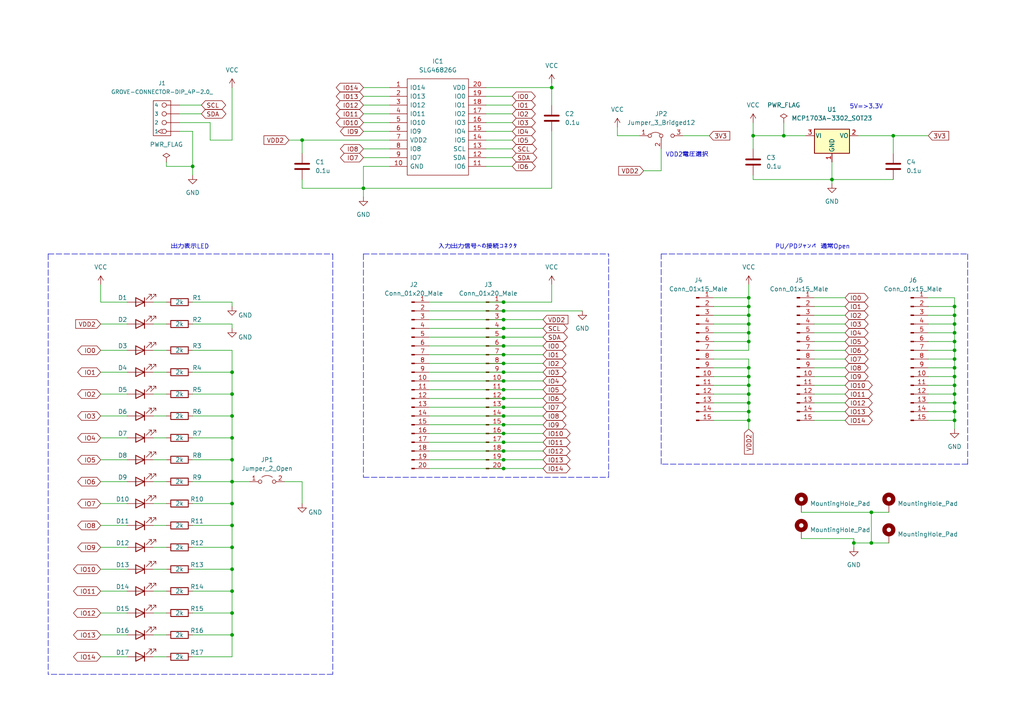
<source format=kicad_sch>
(kicad_sch (version 20211123) (generator eeschema)
  (paper "A4")
  (title_block (title "SLG46826 実験基板") (date "2022-12-25") (comment 1 "s.mori"))
  (lib_symbols
    (symbol "Connector:Conn_01x15_Male" (pin_names (offset 1.016) hide)
      (property "Reference" "J" (at 0 20.32 0))
      (property "Value" "Conn_01x15_Male" (at 0 -20.32 0))
      (symbol "Conn_01x15_Male_1_1"
        (pin passive line (at 5.08 17.78 180) (length 3.81) (name "Pin_1") (number "1"))
        (pin passive line (at 5.08 -5.08 180) (length 3.81) (name "Pin_10") (number "10"))
        (pin passive line (at 5.08 -7.62 180) (length 3.81) (name "Pin_11") (number "11"))
        (pin passive line (at 5.08 -10.16 180) (length 3.81) (name "Pin_12") (number "12"))
        (pin passive line (at 5.08 -12.7 180) (length 3.81) (name "Pin_13") (number "13"))
        (pin passive line (at 5.08 -15.24 180) (length 3.81) (name "Pin_14") (number "14"))
        (pin passive line (at 5.08 -17.78 180) (length 3.81) (name "Pin_15") (number "15"))
        (pin passive line (at 5.08 15.24 180) (length 3.81) (name "Pin_2") (number "2"))
        (pin passive line (at 5.08 12.7 180) (length 3.81) (name "Pin_3") (number "3"))
        (pin passive line (at 5.08 10.16 180) (length 3.81) (name "Pin_4") (number "4"))
        (pin passive line (at 5.08 7.62 180) (length 3.81) (name "Pin_5") (number "5"))
        (pin passive line (at 5.08 5.08 180) (length 3.81) (name "Pin_6") (number "6"))
        (pin passive line (at 5.08 2.54 180) (length 3.81) (name "Pin_7") (number "7"))
        (pin passive line (at 5.08 0 180) (length 3.81) (name "Pin_8") (number "8"))
        (pin passive line (at 5.08 -2.54 180) (length 3.81) (name "Pin_9") (number "9"))
      )
    )
    (symbol "Connector:Conn_01x20_Male" (pin_names (offset 1.016) hide)
      (property "Reference" "J" (at 0 25.4 0))
      (property "Value" "Conn_01x20_Male" (at 0 -27.94 0))
      (symbol "Conn_01x20_Male_1_1"
        (pin passive line (at 5.08 22.86 180) (length 3.81) (name "Pin_1") (number "1"))
        (pin passive line (at 5.08 0 180) (length 3.81) (name "Pin_10") (number "10"))
        (pin passive line (at 5.08 -2.54 180) (length 3.81) (name "Pin_11") (number "11"))
        (pin passive line (at 5.08 -5.08 180) (length 3.81) (name "Pin_12") (number "12"))
        (pin passive line (at 5.08 -7.62 180) (length 3.81) (name "Pin_13") (number "13"))
        (pin passive line (at 5.08 -10.16 180) (length 3.81) (name "Pin_14") (number "14"))
        (pin passive line (at 5.08 -12.7 180) (length 3.81) (name "Pin_15") (number "15"))
        (pin passive line (at 5.08 -15.24 180) (length 3.81) (name "Pin_16") (number "16"))
        (pin passive line (at 5.08 -17.78 180) (length 3.81) (name "Pin_17") (number "17"))
        (pin passive line (at 5.08 -20.32 180) (length 3.81) (name "Pin_18") (number "18"))
        (pin passive line (at 5.08 -22.86 180) (length 3.81) (name "Pin_19") (number "19"))
        (pin passive line (at 5.08 20.32 180) (length 3.81) (name "Pin_2") (number "2"))
        (pin passive line (at 5.08 -25.4 180) (length 3.81) (name "Pin_20") (number "20"))
        (pin passive line (at 5.08 17.78 180) (length 3.81) (name "Pin_3") (number "3"))
        (pin passive line (at 5.08 15.24 180) (length 3.81) (name "Pin_4") (number "4"))
        (pin passive line (at 5.08 12.7 180) (length 3.81) (name "Pin_5") (number "5"))
        (pin passive line (at 5.08 10.16 180) (length 3.81) (name "Pin_6") (number "6"))
        (pin passive line (at 5.08 7.62 180) (length 3.81) (name "Pin_7") (number "7"))
        (pin passive line (at 5.08 5.08 180) (length 3.81) (name "Pin_8") (number "8"))
        (pin passive line (at 5.08 2.54 180) (length 3.81) (name "Pin_9") (number "9"))
      )
    )
    (symbol "Device:C" (pin_numbers hide) (pin_names (offset 0.254))
      (property "Reference" "C" (at 0.635 2.54 0))
      (property "Value" "C" (at 0.635 -2.54 0))
      (symbol "C_1_1"
        (pin passive line (at 0 3.81 270) (length 2.794) (name "~") (number "1"))
        (pin passive line (at 0 -3.81 90) (length 2.794) (name "~") (number "2"))
      )
    )
    (symbol "Device:LED" (pin_numbers hide) (pin_names (offset 1.016) hide)
      (property "Reference" "D" (at 0 2.54 0))
      (property "Value" "LED" (at 0 -2.54 0))
      (symbol "LED_1_1"
        (pin passive line (at -3.81 0 0) (length 2.54) (name "K") (number "1"))
        (pin passive line (at 3.81 0 180) (length 2.54) (name "A") (number "2"))
      )
    )
    (symbol "Device:R" (pin_numbers hide) (pin_names (offset 0))
      (property "Reference" "R" (at 2.032 0 90))
      (property "Value" "R" (at 0 0 90))
      (symbol "R_1_1"
        (pin passive line (at 0 3.81 270) (length 1.27) (name "~") (number "1"))
        (pin passive line (at 0 -3.81 90) (length 1.27) (name "~") (number "2"))
      )
    )
    (symbol "Jumper:Jumper_2_Open" (pin_names (offset 0) hide)
      (property "Reference" "JP" (at 0 2.794 0))
      (property "Value" "Jumper_2_Open" (at 0 -2.286 0))
      (symbol "Jumper_2_Open_1_1"
        (pin passive line (at -5.08 0 0) (length 2.54) (name "A") (number "1"))
        (pin passive line (at 5.08 0 180) (length 2.54) (name "B") (number "2"))
      )
    )
    (symbol "Jumper:Jumper_3_Bridged12" (pin_names (offset 0) hide)
      (property "Reference" "JP" (at -2.54 -2.54 0))
      (property "Value" "Jumper_3_Bridged12" (at 0 2.794 0))
      (symbol "Jumper_3_Bridged12_1_1"
        (pin passive line (at -6.35 0 0) (length 2.54) (name "A") (number "1"))
        (pin passive line (at 0 -3.81 90) (length 2.54) (name "C") (number "2"))
        (pin passive line (at 6.35 0 180) (length 2.54) (name "B") (number "3"))
      )
    )
    (symbol "Mechanical:MountingHole_Pad" (pin_numbers hide) (pin_names (offset 1.016) hide)
      (property "Reference" "H" (at 0 6.35 0))
      (property "Value" "MountingHole_Pad" (at 0 4.445 0))
      (symbol "MountingHole_Pad_1_1"
        (pin input line (at 0 -2.54 90) (length 2.54) (name "1") (number "1"))
      )
    )
    (symbol "OPL_Connector:GROVE-CONNECTOR-DIP_4P-2.0_" (pin_numbers hide) (pin_names (offset 1.016))
      (property "Reference" "J" (at -6.35 6.35 0))
      (property "Value" "GROVE-CONNECTOR-DIP_4P-2.0_" (at 0 6.35 0))
      (symbol "GROVE-CONNECTOR-DIP_4P-2.0__1_1"
        (pin bidirectional inverted_clock (at -3.81 3.81 0) (length 5.08) (name "1") (number "1"))
        (pin bidirectional inverted (at -3.81 1.27 0) (length 5.08) (name "2") (number "2"))
        (pin bidirectional inverted (at -3.81 -1.27 0) (length 5.08) (name "3") (number "3"))
        (pin bidirectional inverted (at -3.81 -3.81 0) (length 5.08) (name "4") (number "4"))
      )
    )
    (symbol "Regulator_Linear:MCP1703A-3302_SOT23" (pin_names (offset 0.254))
      (property "Reference" "U" (at -3.81 3.175 0))
      (property "Value" "MCP1703A-3302_SOT23" (at 0 3.175 0))
      (symbol "MCP1703A-3302_SOT23_1_1"
        (pin power_in line (at 0 -7.62 90) (length 2.54) (name "GND") (number "1"))
        (pin power_out line (at 7.62 0 180) (length 2.54) (name "VO") (number "2"))
        (pin power_in line (at -7.62 0 0) (length 2.54) (name "VI") (number "3"))
      )
    )
    (symbol "SLG46826G:SLG46826G" (pin_names (offset 0.762))
      (property "Reference" "IC" (at 24.13 7.62 0))
      (property "Value" "SLG46826G" (at 24.13 5.08 0))
      (symbol "SLG46826G_0_0"
        (pin passive line (at 0 0 0) (length 5.08) (name "IO14") (number "1"))
        (pin passive line (at 0 -22.86 0) (length 5.08) (name "GND") (number "10"))
        (pin passive line (at 27.94 -22.86 180) (length 5.08) (name "IO6") (number "11"))
        (pin passive line (at 27.94 -20.32 180) (length 5.08) (name "SDA") (number "12"))
        (pin passive line (at 27.94 -17.78 180) (length 5.08) (name "SCL") (number "13"))
        (pin passive line (at 27.94 -15.24 180) (length 5.08) (name "IO5") (number "14"))
        (pin passive line (at 27.94 -12.7 180) (length 5.08) (name "IO4") (number "15"))
        (pin passive line (at 27.94 -10.16 180) (length 5.08) (name "IO3") (number "16"))
        (pin passive line (at 27.94 -7.62 180) (length 5.08) (name "IO2") (number "17"))
        (pin passive line (at 27.94 -5.08 180) (length 5.08) (name "IO1") (number "18"))
        (pin passive line (at 27.94 -2.54 180) (length 5.08) (name "IO0") (number "19"))
        (pin passive line (at 0 -2.54 0) (length 5.08) (name "IO13") (number "2"))
        (pin passive line (at 27.94 0 180) (length 5.08) (name "VDD") (number "20"))
        (pin passive line (at 0 -5.08 0) (length 5.08) (name "IO12") (number "3"))
        (pin passive line (at 0 -7.62 0) (length 5.08) (name "IO11") (number "4"))
        (pin passive line (at 0 -10.16 0) (length 5.08) (name "IO10") (number "5"))
        (pin passive line (at 0 -12.7 0) (length 5.08) (name "IO9") (number "6"))
        (pin passive line (at 0 -15.24 0) (length 5.08) (name "VDD2") (number "7"))
        (pin passive line (at 0 -17.78 0) (length 5.08) (name "IO8") (number "8"))
        (pin passive line (at 0 -20.32 0) (length 5.08) (name "IO7") (number "9"))
      )
    )
    (symbol "power:GND" (power) (pin_names (offset 0))
      (property "Value" "GND" (at 0 -3.81 0))
      (symbol "GND_1_1"
        (pin power_in line (at 0 0 270) (length 0) hide (name "GND") (number "1"))
      )
    )
    (symbol "power:PWR_FLAG" (power) (pin_numbers hide) (pin_names (offset 0) hide)
      (property "Value" "PWR_FLAG" (at 0 3.81 0))
      (symbol "PWR_FLAG_0_0"
        (pin power_out line (at 0 0 90) (length 0) (name "pwr") (number "1"))
      )
    )
    (symbol "power:VCC" (power) (pin_names (offset 0))
      (property "Value" "VCC" (at 0 3.81 0))
      (symbol "VCC_1_1"
        (pin power_in line (at 0 0 90) (length 0) hide (name "VCC") (number "1"))
      )
    )
  )
  (junction (at 146.05 105.41))
  (junction (at 276.86 104.14))
  (junction (at 146.05 135.89))
  (junction (at 67.31 158.75))
  (junction (at 217.17 96.52))
  (junction (at 218.44 39.37))
  (junction (at 160.02 25.4))
  (junction (at 67.31 171.45))
  (junction (at 105.41 54.61))
  (junction (at 217.17 121.92))
  (junction (at 241.3 52.07))
  (junction (at 217.17 119.38))
  (junction (at 276.86 101.6))
  (junction (at 55.88 48.26))
  (junction (at 146.05 107.95))
  (junction (at 87.63 40.64))
  (junction (at 276.86 114.3))
  (junction (at 227.33 39.37))
  (junction (at 67.31 120.65))
  (junction (at 146.05 115.57))
  (junction (at 146.05 120.65))
  (junction (at 146.05 130.81))
  (junction (at 276.86 116.84))
  (junction (at 67.31 146.05))
  (junction (at 217.17 114.3))
  (junction (at 67.31 152.4))
  (junction (at 217.17 116.84))
  (junction (at 67.31 114.3))
  (junction (at 276.86 96.52))
  (junction (at 259.08 39.37))
  (junction (at 146.05 90.17))
  (junction (at 217.17 99.06))
  (junction (at 252.73 157.48))
  (junction (at 276.86 99.06))
  (junction (at 276.86 106.68))
  (junction (at 247.65 157.48))
  (junction (at 146.05 92.71))
  (junction (at 146.05 128.27))
  (junction (at 217.17 91.44))
  (junction (at 146.05 97.79))
  (junction (at 217.17 93.98))
  (junction (at 217.17 88.9))
  (junction (at 146.05 133.35))
  (junction (at 67.31 107.95))
  (junction (at 67.31 133.35))
  (junction (at 67.31 184.15))
  (junction (at 276.86 111.76))
  (junction (at 276.86 93.98))
  (junction (at 276.86 88.9))
  (junction (at 67.31 139.7))
  (junction (at 276.86 121.92))
  (junction (at 217.17 109.22))
  (junction (at 146.05 95.25))
  (junction (at 217.17 86.36))
  (junction (at 146.05 110.49))
  (junction (at 252.73 148.59))
  (junction (at 146.05 102.87))
  (junction (at 217.17 106.68))
  (junction (at 276.86 91.44))
  (junction (at 67.31 165.1))
  (junction (at 146.05 125.73))
  (junction (at 67.31 177.8))
  (junction (at 67.31 127))
  (junction (at 276.86 109.22))
  (junction (at 146.05 113.03))
  (junction (at 146.05 100.33))
  (junction (at 276.86 119.38))
  (junction (at 217.17 111.76))
  (junction (at 146.05 123.19))
  (junction (at 146.05 87.63))
  (junction (at 146.05 118.11))
  (wire (pts (xy 160.02 38.1) (xy 160.02 54.61)))
  (wire (pts (xy 44.45 107.95) (xy 48.26 107.95)))
  (wire (pts (xy 140.97 30.48) (xy 148.59 30.48)))
  (wire (pts (xy 105.41 43.18) (xy 113.03 43.18)))
  (wire (pts (xy 52.07 30.48) (xy 58.42 30.48)))
  (wire (pts (xy 124.46 90.17) (xy 146.05 90.17)))
  (wire (pts (xy 55.88 184.15) (xy 67.31 184.15)))
  (wire (pts (xy 29.21 101.6) (xy 36.83 101.6)))
  (wire (pts (xy 232.41 156.21) (xy 247.65 156.21)))
  (wire (pts (xy 44.45 146.05) (xy 48.26 146.05)))
  (wire (pts (xy 55.88 127) (xy 67.31 127)))
  (wire (pts (xy 236.22 114.3) (xy 245.11 114.3)))
  (wire (pts (xy 146.05 125.73) (xy 157.48 125.73)))
  (polyline (pts (xy 176.53 138.43) (xy 176.53 73.66)))
  (wire (pts (xy 146.05 87.63) (xy 160.02 87.63)))
  (wire (pts (xy 218.44 39.37) (xy 227.33 39.37)))
  (wire (pts (xy 105.41 30.48) (xy 113.03 30.48)))
  (wire (pts (xy 252.73 148.59) (xy 252.73 157.48)))
  (wire (pts (xy 87.63 139.7) (xy 82.55 139.7)))
  (wire (pts (xy 67.31 120.65) (xy 67.31 127)))
  (wire (pts (xy 146.05 92.71) (xy 157.48 92.71)))
  (wire (pts (xy 67.31 25.4) (xy 67.31 40.64)))
  (wire (pts (xy 55.88 171.45) (xy 67.31 171.45)))
  (wire (pts (xy 276.86 114.3) (xy 276.86 116.84)))
  (wire (pts (xy 124.46 92.71) (xy 146.05 92.71)))
  (wire (pts (xy 276.86 99.06) (xy 276.86 101.6)))
  (wire (pts (xy 241.3 52.07) (xy 241.3 53.34)))
  (wire (pts (xy 217.17 99.06) (xy 217.17 96.52)))
  (wire (pts (xy 29.21 107.95) (xy 36.83 107.95)))
  (wire (pts (xy 124.46 107.95) (xy 146.05 107.95)))
  (wire (pts (xy 87.63 40.64) (xy 87.63 44.45)))
  (polyline (pts (xy 191.77 73.66) (xy 280.67 73.66)))
  (wire (pts (xy 67.31 146.05) (xy 67.31 139.7)))
  (wire (pts (xy 124.46 95.25) (xy 146.05 95.25)))
  (wire (pts (xy 269.24 106.68) (xy 276.86 106.68)))
  (wire (pts (xy 179.07 36.83) (xy 179.07 39.37)))
  (wire (pts (xy 236.22 86.36) (xy 245.11 86.36)))
  (wire (pts (xy 276.86 93.98) (xy 276.86 96.52)))
  (wire (pts (xy 67.31 87.63) (xy 67.31 88.9)))
  (wire (pts (xy 160.02 54.61) (xy 105.41 54.61)))
  (polyline (pts (xy 105.41 73.66) (xy 105.41 138.43)))
  (wire (pts (xy 113.03 48.26) (xy 105.41 48.26)))
  (wire (pts (xy 217.17 109.22) (xy 217.17 111.76)))
  (wire (pts (xy 217.17 86.36) (xy 217.17 88.9)))
  (wire (pts (xy 105.41 35.56) (xy 113.03 35.56)))
  (wire (pts (xy 252.73 157.48) (xy 247.65 157.48)))
  (wire (pts (xy 124.46 118.11) (xy 146.05 118.11)))
  (wire (pts (xy 140.97 25.4) (xy 160.02 25.4)))
  (wire (pts (xy 207.01 116.84) (xy 217.17 116.84)))
  (wire (pts (xy 236.22 106.68) (xy 245.11 106.68)))
  (wire (pts (xy 146.05 118.11) (xy 157.48 118.11)))
  (wire (pts (xy 48.26 46.99) (xy 48.26 48.26)))
  (wire (pts (xy 29.21 93.98) (xy 36.83 93.98)))
  (wire (pts (xy 29.21 184.15) (xy 36.83 184.15)))
  (wire (pts (xy 55.88 165.1) (xy 67.31 165.1)))
  (polyline (pts (xy 191.77 134.62) (xy 191.77 73.66)))
  (wire (pts (xy 247.65 157.48) (xy 247.65 158.75)))
  (wire (pts (xy 276.86 119.38) (xy 276.86 121.92)))
  (wire (pts (xy 236.22 111.76) (xy 245.11 111.76)))
  (wire (pts (xy 276.86 104.14) (xy 276.86 106.68)))
  (wire (pts (xy 140.97 35.56) (xy 148.59 35.56)))
  (wire (pts (xy 44.45 158.75) (xy 48.26 158.75)))
  (wire (pts (xy 269.24 86.36) (xy 276.86 86.36)))
  (wire (pts (xy 236.22 109.22) (xy 245.11 109.22)))
  (wire (pts (xy 44.45 127) (xy 48.26 127)))
  (wire (pts (xy 105.41 54.61) (xy 105.41 57.15)))
  (wire (pts (xy 217.17 82.55) (xy 217.17 86.36)))
  (wire (pts (xy 113.03 40.64) (xy 87.63 40.64)))
  (wire (pts (xy 140.97 27.94) (xy 148.59 27.94)))
  (wire (pts (xy 146.05 133.35) (xy 157.48 133.35)))
  (wire (pts (xy 44.45 177.8) (xy 48.26 177.8)))
  (wire (pts (xy 44.45 93.98) (xy 48.26 93.98)))
  (wire (pts (xy 276.86 101.6) (xy 276.86 104.14)))
  (wire (pts (xy 124.46 125.73) (xy 146.05 125.73)))
  (wire (pts (xy 217.17 114.3) (xy 217.17 116.84)))
  (wire (pts (xy 247.65 156.21) (xy 247.65 157.48)))
  (wire (pts (xy 276.86 86.36) (xy 276.86 88.9)))
  (wire (pts (xy 269.24 99.06) (xy 276.86 99.06)))
  (wire (pts (xy 140.97 48.26) (xy 148.59 48.26)))
  (wire (pts (xy 218.44 50.8) (xy 218.44 52.07)))
  (wire (pts (xy 67.31 152.4) (xy 67.31 146.05)))
  (wire (pts (xy 44.45 114.3) (xy 48.26 114.3)))
  (polyline (pts (xy 280.67 73.66) (xy 280.67 134.62)))
  (wire (pts (xy 218.44 39.37) (xy 218.44 43.18)))
  (wire (pts (xy 140.97 45.72) (xy 148.59 45.72)))
  (wire (pts (xy 146.05 105.41) (xy 157.48 105.41)))
  (polyline (pts (xy 96.52 195.58) (xy 13.97 195.58)))
  (wire (pts (xy 269.24 111.76) (xy 276.86 111.76)))
  (wire (pts (xy 217.17 111.76) (xy 217.17 114.3)))
  (polyline (pts (xy 96.52 73.66) (xy 96.52 195.58)))
  (wire (pts (xy 217.17 116.84) (xy 217.17 119.38)))
  (wire (pts (xy 276.86 111.76) (xy 276.86 114.3)))
  (wire (pts (xy 217.17 106.68) (xy 217.17 109.22)))
  (wire (pts (xy 67.31 107.95) (xy 67.31 114.3)))
  (wire (pts (xy 124.46 113.03) (xy 146.05 113.03)))
  (wire (pts (xy 67.31 184.15) (xy 67.31 177.8)))
  (wire (pts (xy 29.21 146.05) (xy 36.83 146.05)))
  (wire (pts (xy 179.07 39.37) (xy 185.42 39.37)))
  (polyline (pts (xy 280.67 134.62) (xy 191.77 134.62)))
  (wire (pts (xy 36.83 87.63) (xy 29.21 87.63)))
  (wire (pts (xy 29.21 177.8) (xy 36.83 177.8)))
  (polyline (pts (xy 13.97 73.66) (xy 13.97 195.58)))
  (wire (pts (xy 146.05 97.79) (xy 157.48 97.79)))
  (wire (pts (xy 276.86 91.44) (xy 276.86 93.98)))
  (wire (pts (xy 217.17 96.52) (xy 217.17 93.98)))
  (wire (pts (xy 67.31 133.35) (xy 67.31 139.7)))
  (wire (pts (xy 191.77 49.53) (xy 191.77 43.18)))
  (wire (pts (xy 29.21 127) (xy 36.83 127)))
  (wire (pts (xy 140.97 40.64) (xy 148.59 40.64)))
  (wire (pts (xy 207.01 104.14) (xy 217.17 104.14)))
  (wire (pts (xy 207.01 109.22) (xy 217.17 109.22)))
  (wire (pts (xy 146.05 102.87) (xy 157.48 102.87)))
  (wire (pts (xy 67.31 101.6) (xy 67.31 107.95)))
  (wire (pts (xy 44.45 165.1) (xy 48.26 165.1)))
  (wire (pts (xy 124.46 110.49) (xy 146.05 110.49)))
  (wire (pts (xy 236.22 104.14) (xy 245.11 104.14)))
  (polyline (pts (xy 105.41 138.43) (xy 176.53 138.43)))
  (wire (pts (xy 207.01 114.3) (xy 217.17 114.3)))
  (wire (pts (xy 259.08 39.37) (xy 269.24 39.37)))
  (wire (pts (xy 105.41 45.72) (xy 113.03 45.72)))
  (wire (pts (xy 160.02 24.13) (xy 160.02 25.4)))
  (wire (pts (xy 124.46 97.79) (xy 146.05 97.79)))
  (wire (pts (xy 146.05 115.57) (xy 157.48 115.57)))
  (wire (pts (xy 48.26 48.26) (xy 55.88 48.26)))
  (wire (pts (xy 29.21 190.5) (xy 36.83 190.5)))
  (wire (pts (xy 44.45 120.65) (xy 48.26 120.65)))
  (wire (pts (xy 44.45 101.6) (xy 48.26 101.6)))
  (wire (pts (xy 55.88 133.35) (xy 67.31 133.35)))
  (wire (pts (xy 217.17 88.9) (xy 217.17 91.44)))
  (wire (pts (xy 207.01 96.52) (xy 217.17 96.52)))
  (wire (pts (xy 67.31 190.5) (xy 67.31 184.15)))
  (wire (pts (xy 55.88 120.65) (xy 67.31 120.65)))
  (wire (pts (xy 52.07 35.56) (xy 60.96 35.56)))
  (wire (pts (xy 276.86 96.52) (xy 276.86 99.06)))
  (wire (pts (xy 217.17 101.6) (xy 217.17 99.06)))
  (wire (pts (xy 236.22 121.92) (xy 245.11 121.92)))
  (wire (pts (xy 52.07 33.02) (xy 58.42 33.02)))
  (wire (pts (xy 55.88 177.8) (xy 67.31 177.8)))
  (wire (pts (xy 146.05 135.89) (xy 157.48 135.89)))
  (wire (pts (xy 140.97 33.02) (xy 148.59 33.02)))
  (wire (pts (xy 87.63 54.61) (xy 105.41 54.61)))
  (wire (pts (xy 218.44 35.56) (xy 218.44 39.37)))
  (wire (pts (xy 60.96 40.64) (xy 67.31 40.64)))
  (wire (pts (xy 232.41 148.59) (xy 252.73 148.59)))
  (wire (pts (xy 269.24 109.22) (xy 276.86 109.22)))
  (wire (pts (xy 124.46 133.35) (xy 146.05 133.35)))
  (wire (pts (xy 257.81 157.48) (xy 252.73 157.48)))
  (wire (pts (xy 67.31 139.7) (xy 72.39 139.7)))
  (wire (pts (xy 248.92 39.37) (xy 259.08 39.37)))
  (wire (pts (xy 269.24 119.38) (xy 276.86 119.38)))
  (wire (pts (xy 269.24 88.9) (xy 276.86 88.9)))
  (wire (pts (xy 55.88 107.95) (xy 67.31 107.95)))
  (wire (pts (xy 29.21 114.3) (xy 36.83 114.3)))
  (wire (pts (xy 105.41 38.1) (xy 113.03 38.1)))
  (wire (pts (xy 236.22 96.52) (xy 245.11 96.52)))
  (wire (pts (xy 269.24 96.52) (xy 276.86 96.52)))
  (wire (pts (xy 29.21 120.65) (xy 36.83 120.65)))
  (wire (pts (xy 241.3 52.07) (xy 259.08 52.07)))
  (wire (pts (xy 207.01 101.6) (xy 217.17 101.6)))
  (wire (pts (xy 29.21 171.45) (xy 36.83 171.45)))
  (wire (pts (xy 105.41 27.94) (xy 113.03 27.94)))
  (wire (pts (xy 269.24 104.14) (xy 276.86 104.14)))
  (wire (pts (xy 269.24 93.98) (xy 276.86 93.98)))
  (wire (pts (xy 105.41 25.4) (xy 113.03 25.4)))
  (wire (pts (xy 44.45 133.35) (xy 48.26 133.35)))
  (wire (pts (xy 217.17 91.44) (xy 217.17 93.98)))
  (wire (pts (xy 146.05 128.27) (xy 157.48 128.27)))
  (wire (pts (xy 87.63 52.07) (xy 87.63 54.61)))
  (wire (pts (xy 207.01 106.68) (xy 217.17 106.68)))
  (wire (pts (xy 29.21 152.4) (xy 36.83 152.4)))
  (wire (pts (xy 124.46 105.41) (xy 146.05 105.41)))
  (wire (pts (xy 146.05 90.17) (xy 168.91 90.17)))
  (wire (pts (xy 207.01 99.06) (xy 217.17 99.06)))
  (wire (pts (xy 55.88 190.5) (xy 67.31 190.5)))
  (wire (pts (xy 146.05 113.03) (xy 157.48 113.03)))
  (wire (pts (xy 236.22 116.84) (xy 245.11 116.84)))
  (wire (pts (xy 124.46 102.87) (xy 146.05 102.87)))
  (wire (pts (xy 55.88 38.1) (xy 55.88 48.26)))
  (wire (pts (xy 269.24 121.92) (xy 276.86 121.92)))
  (wire (pts (xy 269.24 114.3) (xy 276.86 114.3)))
  (polyline (pts (xy 105.41 73.66) (xy 176.53 73.66)))
  (wire (pts (xy 55.88 87.63) (xy 67.31 87.63)))
  (wire (pts (xy 67.31 114.3) (xy 67.31 120.65)))
  (wire (pts (xy 124.46 100.33) (xy 146.05 100.33)))
  (wire (pts (xy 186.69 49.53) (xy 191.77 49.53)))
  (wire (pts (xy 44.45 139.7) (xy 48.26 139.7)))
  (wire (pts (xy 146.05 130.81) (xy 157.48 130.81)))
  (wire (pts (xy 52.07 38.1) (xy 55.88 38.1)))
  (wire (pts (xy 44.45 184.15) (xy 48.26 184.15)))
  (wire (pts (xy 44.45 152.4) (xy 48.26 152.4)))
  (wire (pts (xy 67.31 127) (xy 67.31 133.35)))
  (wire (pts (xy 207.01 121.92) (xy 217.17 121.92)))
  (wire (pts (xy 276.86 121.92) (xy 276.86 124.46)))
  (wire (pts (xy 146.05 100.33) (xy 157.48 100.33)))
  (wire (pts (xy 55.88 93.98) (xy 67.31 93.98)))
  (wire (pts (xy 146.05 107.95) (xy 157.48 107.95)))
  (wire (pts (xy 124.46 130.81) (xy 146.05 130.81)))
  (wire (pts (xy 124.46 135.89) (xy 146.05 135.89)))
  (wire (pts (xy 67.31 165.1) (xy 67.31 158.75)))
  (wire (pts (xy 276.86 88.9) (xy 276.86 91.44)))
  (wire (pts (xy 160.02 25.4) (xy 160.02 30.48)))
  (wire (pts (xy 44.45 87.63) (xy 48.26 87.63)))
  (wire (pts (xy 55.88 101.6) (xy 67.31 101.6)))
  (wire (pts (xy 105.41 33.02) (xy 113.03 33.02)))
  (wire (pts (xy 124.46 123.19) (xy 146.05 123.19)))
  (wire (pts (xy 29.21 133.35) (xy 36.83 133.35)))
  (wire (pts (xy 55.88 48.26) (xy 55.88 50.8)))
  (wire (pts (xy 124.46 87.63) (xy 146.05 87.63)))
  (wire (pts (xy 217.17 104.14) (xy 217.17 106.68)))
  (wire (pts (xy 160.02 87.63) (xy 160.02 82.55)))
  (wire (pts (xy 29.21 139.7) (xy 36.83 139.7)))
  (wire (pts (xy 236.22 91.44) (xy 245.11 91.44)))
  (wire (pts (xy 67.31 158.75) (xy 67.31 152.4)))
  (wire (pts (xy 67.31 171.45) (xy 67.31 165.1)))
  (wire (pts (xy 44.45 190.5) (xy 48.26 190.5)))
  (wire (pts (xy 55.88 146.05) (xy 67.31 146.05)))
  (wire (pts (xy 217.17 121.92) (xy 217.17 124.46)))
  (wire (pts (xy 207.01 93.98) (xy 217.17 93.98)))
  (wire (pts (xy 207.01 119.38) (xy 217.17 119.38)))
  (wire (pts (xy 198.12 39.37) (xy 205.74 39.37)))
  (wire (pts (xy 124.46 115.57) (xy 146.05 115.57)))
  (wire (pts (xy 218.44 52.07) (xy 241.3 52.07)))
  (wire (pts (xy 259.08 39.37) (xy 259.08 44.45)))
  (wire (pts (xy 146.05 110.49) (xy 157.48 110.49)))
  (wire (pts (xy 55.88 158.75) (xy 67.31 158.75)))
  (wire (pts (xy 124.46 120.65) (xy 146.05 120.65)))
  (wire (pts (xy 236.22 88.9) (xy 245.11 88.9)))
  (wire (pts (xy 67.31 177.8) (xy 67.31 171.45)))
  (wire (pts (xy 276.86 116.84) (xy 276.86 119.38)))
  (wire (pts (xy 55.88 114.3) (xy 67.31 114.3)))
  (wire (pts (xy 124.46 128.27) (xy 146.05 128.27)))
  (wire (pts (xy 146.05 95.25) (xy 157.48 95.25)))
  (wire (pts (xy 140.97 43.18) (xy 148.59 43.18)))
  (wire (pts (xy 257.81 148.59) (xy 252.73 148.59)))
  (wire (pts (xy 227.33 39.37) (xy 233.68 39.37)))
  (wire (pts (xy 67.31 95.25) (xy 67.31 93.98)))
  (wire (pts (xy 55.88 152.4) (xy 67.31 152.4)))
  (wire (pts (xy 207.01 111.76) (xy 217.17 111.76)))
  (wire (pts (xy 236.22 101.6) (xy 245.11 101.6)))
  (wire (pts (xy 236.22 119.38) (xy 245.11 119.38)))
  (wire (pts (xy 29.21 82.55) (xy 29.21 87.63)))
  (wire (pts (xy 207.01 88.9) (xy 217.17 88.9)))
  (wire (pts (xy 236.22 99.06) (xy 245.11 99.06)))
  (wire (pts (xy 87.63 40.64) (xy 83.82 40.64)))
  (wire (pts (xy 269.24 116.84) (xy 276.86 116.84)))
  (wire (pts (xy 217.17 119.38) (xy 217.17 121.92)))
  (wire (pts (xy 146.05 123.19) (xy 157.48 123.19)))
  (wire (pts (xy 140.97 38.1) (xy 148.59 38.1)))
  (wire (pts (xy 55.88 139.7) (xy 67.31 139.7)))
  (wire (pts (xy 276.86 106.68) (xy 276.86 109.22)))
  (wire (pts (xy 105.41 48.26) (xy 105.41 54.61)))
  (wire (pts (xy 146.05 120.65) (xy 157.48 120.65)))
  (wire (pts (xy 207.01 91.44) (xy 217.17 91.44)))
  (wire (pts (xy 44.45 171.45) (xy 48.26 171.45)))
  (wire (pts (xy 29.21 165.1) (xy 36.83 165.1)))
  (wire (pts (xy 29.21 158.75) (xy 36.83 158.75)))
  (wire (pts (xy 269.24 101.6) (xy 276.86 101.6)))
  (wire (pts (xy 236.22 93.98) (xy 245.11 93.98)))
  (wire (pts (xy 227.33 35.56) (xy 227.33 39.37)))
  (wire (pts (xy 241.3 46.99) (xy 241.3 52.07)))
  (wire (pts (xy 207.01 86.36) (xy 217.17 86.36)))
  (wire (pts (xy 60.96 35.56) (xy 60.96 40.64)))
  (wire (pts (xy 87.63 146.05) (xy 87.63 139.7)))
  (polyline (pts (xy 13.97 73.66) (xy 96.52 73.66)))
  (wire (pts (xy 269.24 91.44) (xy 276.86 91.44)))
  (wire (pts (xy 276.86 109.22) (xy 276.86 111.76)))
  (text "5V=>3.3V" (at 246.38 31.75 0) (effects (font (size 1.27 1.27)) (justify left bottom)))
  (text "PU/PDジャンパ　通常Open" (at 224.79 72.39 0) (effects (font (size 1.27 1.27)) (justify left bottom)))
  (text "出力表示LED" (at 49.53 72.39 0) (effects (font (size 1.27 1.27)) (justify left bottom)))
  (text "VDD2電圧選択" (at 193.04 45.72 0) (effects (font (size 1.27 1.27)) (justify left bottom)))
  (text "入力出力信号への接続コネクタ\n" (at 127 72.39 0) (effects (font (size 1.27 1.27)) (justify left bottom)))
  (global_label "IO6" (shape bidirectional) (at 245.11 101.6 0) (property "シート間のリファレンス" "${INTERSHEET_REFS}" (effects hide)))
  (global_label "IO9" (shape bidirectional) (at 29.21 158.75 180) (property "シート間のリファレンス" "${INTERSHEET_REFS}" (effects hide)))
  (global_label "SDA" (shape bidirectional) (at 148.59 45.72 0) (property "シート間のリファレンス" "${INTERSHEET_REFS}" (effects hide)))
  (global_label "IO2" (shape bidirectional) (at 245.11 91.44 0) (property "シート間のリファレンス" "${INTERSHEET_REFS}" (effects hide)))
  (global_label "IO13" (shape bidirectional) (at 157.48 133.35 0) (property "シート間のリファレンス" "${INTERSHEET_REFS}" (effects hide)))
  (global_label "SDA" (shape bidirectional) (at 157.48 97.79 0) (property "シート間のリファレンス" "${INTERSHEET_REFS}" (effects hide)))
  (global_label "IO11" (shape bidirectional) (at 29.21 171.45 180) (property "シート間のリファレンス" "${INTERSHEET_REFS}" (effects hide)))
  (global_label "IO8" (shape bidirectional) (at 29.21 152.4 180) (property "シート間のリファレンス" "${INTERSHEET_REFS}" (effects hide)))
  (global_label "3V3" (shape input) (at 269.24 39.37 0) (property "シート間のリファレンス" "${INTERSHEET_REFS}" (effects hide)))
  (global_label "IO8" (shape bidirectional) (at 245.11 106.68 0) (property "シート間のリファレンス" "${INTERSHEET_REFS}" (effects hide)))
  (global_label "SCL" (shape bidirectional) (at 58.42 30.48 0) (property "シート間のリファレンス" "${INTERSHEET_REFS}" (effects hide)))
  (global_label "IO13" (shape bidirectional) (at 29.21 184.15 180) (property "シート間のリファレンス" "${INTERSHEET_REFS}" (effects hide)))
  (global_label "IO12" (shape bidirectional) (at 245.11 116.84 0) (property "シート間のリファレンス" "${INTERSHEET_REFS}" (effects hide)))
  (global_label "IO14" (shape bidirectional) (at 245.11 121.92 0) (property "シート間のリファレンス" "${INTERSHEET_REFS}" (effects hide)))
  (global_label "IO14" (shape bidirectional) (at 105.41 25.4 180) (property "シート間のリファレンス" "${INTERSHEET_REFS}" (effects hide)))
  (global_label "IO11" (shape bidirectional) (at 157.48 128.27 0) (property "シート間のリファレンス" "${INTERSHEET_REFS}" (effects hide)))
  (global_label "IO8" (shape bidirectional) (at 157.48 120.65 0) (property "シート間のリファレンス" "${INTERSHEET_REFS}" (effects hide)))
  (global_label "IO12" (shape bidirectional) (at 29.21 177.8 180) (property "シート間のリファレンス" "${INTERSHEET_REFS}" (effects hide)))
  (global_label "IO0" (shape bidirectional) (at 245.11 86.36 0) (property "シート間のリファレンス" "${INTERSHEET_REFS}" (effects hide)))
  (global_label "IO8" (shape bidirectional) (at 105.41 43.18 180) (property "シート間のリファレンス" "${INTERSHEET_REFS}" (effects hide)))
  (global_label "IO2" (shape bidirectional) (at 29.21 114.3 180) (property "シート間のリファレンス" "${INTERSHEET_REFS}" (effects hide)))
  (global_label "VDD2" (shape input) (at 157.48 92.71 0) (property "シート間のリファレンス" "${INTERSHEET_REFS}" (effects hide)))
  (global_label "IO2" (shape bidirectional) (at 157.48 105.41 0) (property "シート間のリファレンス" "${INTERSHEET_REFS}" (effects hide)))
  (global_label "IO6" (shape bidirectional) (at 148.59 48.26 0) (property "シート間のリファレンス" "${INTERSHEET_REFS}" (effects hide)))
  (global_label "IO10" (shape bidirectional) (at 29.21 165.1 180) (property "シート間のリファレンス" "${INTERSHEET_REFS}" (effects hide)))
  (global_label "IO5" (shape bidirectional) (at 29.21 133.35 180) (property "シート間のリファレンス" "${INTERSHEET_REFS}" (effects hide)))
  (global_label "IO7" (shape bidirectional) (at 105.41 45.72 180) (property "シート間のリファレンス" "${INTERSHEET_REFS}" (effects hide)))
  (global_label "IO7" (shape bidirectional) (at 157.48 118.11 0) (property "シート間のリファレンス" "${INTERSHEET_REFS}" (effects hide)))
  (global_label "IO0" (shape bidirectional) (at 148.59 27.94 0) (property "シート間のリファレンス" "${INTERSHEET_REFS}" (effects hide)))
  (global_label "IO4" (shape bidirectional) (at 148.59 38.1 0) (property "シート間のリファレンス" "${INTERSHEET_REFS}" (effects hide)))
  (global_label "SCL" (shape bidirectional) (at 157.48 95.25 0) (property "シート間のリファレンス" "${INTERSHEET_REFS}" (effects hide)))
  (global_label "IO1" (shape bidirectional) (at 157.48 102.87 0) (property "シート間のリファレンス" "${INTERSHEET_REFS}" (effects hide)))
  (global_label "IO3" (shape bidirectional) (at 29.21 120.65 180) (property "シート間のリファレンス" "${INTERSHEET_REFS}" (effects hide)))
  (global_label "IO13" (shape bidirectional) (at 245.11 119.38 0) (property "シート間のリファレンス" "${INTERSHEET_REFS}" (effects hide)))
  (global_label "IO10" (shape bidirectional) (at 157.48 125.73 0) (property "シート間のリファレンス" "${INTERSHEET_REFS}" (effects hide)))
  (global_label "IO9" (shape bidirectional) (at 105.41 38.1 180) (property "シート間のリファレンス" "${INTERSHEET_REFS}" (effects hide)))
  (global_label "IO6" (shape bidirectional) (at 29.21 139.7 180) (property "シート間のリファレンス" "${INTERSHEET_REFS}" (effects hide)))
  (global_label "VDD2" (shape input) (at 83.82 40.64 180) (property "シート間のリファレンス" "${INTERSHEET_REFS}" (effects hide)))
  (global_label "SCL" (shape bidirectional) (at 148.59 43.18 0) (property "シート間のリファレンス" "${INTERSHEET_REFS}" (effects hide)))
  (global_label "IO11" (shape bidirectional) (at 245.11 114.3 0) (property "シート間のリファレンス" "${INTERSHEET_REFS}" (effects hide)))
  (global_label "IO6" (shape bidirectional) (at 157.48 115.57 0) (property "シート間のリファレンス" "${INTERSHEET_REFS}" (effects hide)))
  (global_label "IO2" (shape bidirectional) (at 148.59 33.02 0) (property "シート間のリファレンス" "${INTERSHEET_REFS}" (effects hide)))
  (global_label "IO9" (shape bidirectional) (at 245.11 109.22 0) (property "シート間のリファレンス" "${INTERSHEET_REFS}" (effects hide)))
  (global_label "VDD2" (shape input) (at 217.17 124.46 270) (property "シート間のリファレンス" "${INTERSHEET_REFS}" (effects hide)))
  (global_label "IO12" (shape bidirectional) (at 105.41 30.48 180) (property "シート間のリファレンス" "${INTERSHEET_REFS}" (effects hide)))
  (global_label "IO12" (shape bidirectional) (at 157.48 130.81 0) (property "シート間のリファレンス" "${INTERSHEET_REFS}" (effects hide)))
  (global_label "IO0" (shape bidirectional) (at 29.21 101.6 180) (property "シート間のリファレンス" "${INTERSHEET_REFS}" (effects hide)))
  (global_label "IO4" (shape bidirectional) (at 157.48 110.49 0) (property "シート間のリファレンス" "${INTERSHEET_REFS}" (effects hide)))
  (global_label "IO13" (shape bidirectional) (at 105.41 27.94 180) (property "シート間のリファレンス" "${INTERSHEET_REFS}" (effects hide)))
  (global_label "VDD2" (shape input) (at 29.21 93.98 180) (property "シート間のリファレンス" "${INTERSHEET_REFS}" (effects hide)))
  (global_label "SDA" (shape bidirectional) (at 58.42 33.02 0) (property "シート間のリファレンス" "${INTERSHEET_REFS}" (effects hide)))
  (global_label "IO10" (shape bidirectional) (at 105.41 35.56 180) (property "シート間のリファレンス" "${INTERSHEET_REFS}" (effects hide)))
  (global_label "IO14" (shape bidirectional) (at 29.21 190.5 180) (property "シート間のリファレンス" "${INTERSHEET_REFS}" (effects hide)))
  (global_label "IO0" (shape bidirectional) (at 157.48 100.33 0) (property "シート間のリファレンス" "${INTERSHEET_REFS}" (effects hide)))
  (global_label "IO1" (shape bidirectional) (at 148.59 30.48 0) (property "シート間のリファレンス" "${INTERSHEET_REFS}" (effects hide)))
  (global_label "IO11" (shape bidirectional) (at 105.41 33.02 180) (property "シート間のリファレンス" "${INTERSHEET_REFS}" (effects hide)))
  (global_label "IO4" (shape bidirectional) (at 29.21 127 180) (property "シート間のリファレンス" "${INTERSHEET_REFS}" (effects hide)))
  (global_label "IO5" (shape bidirectional) (at 245.11 99.06 0) (property "シート間のリファレンス" "${INTERSHEET_REFS}" (effects hide)))
  (global_label "IO1" (shape bidirectional) (at 245.11 88.9 0) (property "シート間のリファレンス" "${INTERSHEET_REFS}" (effects hide)))
  (global_label "IO3" (shape bidirectional) (at 148.59 35.56 0) (property "シート間のリファレンス" "${INTERSHEET_REFS}" (effects hide)))
  (global_label "IO7" (shape bidirectional) (at 29.21 146.05 180) (property "シート間のリファレンス" "${INTERSHEET_REFS}" (effects hide)))
  (global_label "IO9" (shape bidirectional) (at 157.48 123.19 0) (property "シート間のリファレンス" "${INTERSHEET_REFS}" (effects hide)))
  (global_label "IO3" (shape bidirectional) (at 245.11 93.98 0) (property "シート間のリファレンス" "${INTERSHEET_REFS}" (effects hide)))
  (global_label "VDD2" (shape input) (at 186.69 49.53 180) (property "シート間のリファレンス" "${INTERSHEET_REFS}" (effects hide)))
  (global_label "IO5" (shape bidirectional) (at 148.59 40.64 0) (property "シート間のリファレンス" "${INTERSHEET_REFS}" (effects hide)))
  (global_label "IO14" (shape bidirectional) (at 157.48 135.89 0) (property "シート間のリファレンス" "${INTERSHEET_REFS}" (effects hide)))
  (global_label "IO5" (shape bidirectional) (at 157.48 113.03 0) (property "シート間のリファレンス" "${INTERSHEET_REFS}" (effects hide)))
  (global_label "IO3" (shape bidirectional) (at 157.48 107.95 0) (property "シート間のリファレンス" "${INTERSHEET_REFS}" (effects hide)))
  (global_label "IO1" (shape bidirectional) (at 29.21 107.95 180) (property "シート間のリファレンス" "${INTERSHEET_REFS}" (effects hide)))
  (global_label "IO4" (shape bidirectional) (at 245.11 96.52 0) (property "シート間のリファレンス" "${INTERSHEET_REFS}" (effects hide)))
  (global_label "IO10" (shape bidirectional) (at 245.11 111.76 0) (property "シート間のリファレンス" "${INTERSHEET_REFS}" (effects hide)))
  (global_label "3V3" (shape input) (at 205.74 39.37 0) (property "シート間のリファレンス" "${INTERSHEET_REFS}" (effects hide)))
  (global_label "IO7" (shape bidirectional) (at 245.11 104.14 0) (property "シート間のリファレンス" "${INTERSHEET_REFS}" (effects hide)))
  (symbol (lib_id "Device:LED") (at 40.64 114.3 180) (unit 1)
    (property "Reference" "D5" (at 35.56 113.03 0))
    (property "Value" "LED" (effects hide))
    (property "Footprint" "LED_SMD:LED_0603_1608Metric_Pad1.05x0.95mm_HandSolder" (effects hide))
  )
  (symbol (lib_id "Device:R") (at 52.07 93.98 90) (unit 1)
    (property "Reference" "R2" (at 57.15 92.71 90))
    (property "Value" "2k" (at 52.07 93.98 90))
    (property "Footprint" "Resistor_SMD:R_0603_1608Metric_Pad0.98x0.95mm_HandSolder" (effects hide))
  )
  (symbol (lib_id "power:VCC") (at 217.17 82.55 0) (unit 1)
    (property "Reference" "#PWR013" (effects hide))
    (property "Value" "VCC" (at 217.17 77.47 0))
  )
  (symbol (lib_id "Connector:Conn_01x15_Male") (at 264.16 104.14 0) (unit 1)
    (property "Reference" "J6" (at 264.795 81.28 0))
    (property "Value" "Conn_01x15_Male" (at 264.795 83.82 0))
    (property "Footprint" "Connector_PinHeader_2.54mm:PinHeader_1x15_P2.54mm_Vertical" (effects hide))
  )
  (symbol (lib_id "power:VCC") (at 179.07 36.83 0) (unit 1)
    (property "Reference" "#PWR011" (effects hide))
    (property "Value" "VCC" (at 179.07 31.75 0))
  )
  (symbol (lib_id "Device:R") (at 52.07 127 90) (unit 1)
    (property "Reference" "R7" (at 57.15 125.73 90))
    (property "Value" "2k" (at 52.07 127 90))
    (property "Footprint" "Resistor_SMD:R_0603_1608Metric_Pad0.98x0.95mm_HandSolder" (effects hide))
  )
  (symbol (lib_id "SLG46826G:SLG46826G") (at 113.03 25.4 0) (unit 1)
    (property "Reference" "IC1" (at 127 17.78 0))
    (property "Value" "SLG46826G" (at 127 20.32 0))
    (property "Footprint" "SLG46826G:SOP65P640X120-20N" (effects hide))
    (property "Description" "SPLD - Simple Programmable Logic Devices GPAK Mixed Signal Matrix" (effects hide))
    (property "Height" "1.2" (effects hide))
    (property "Manufacturer_Name" "Dialog Semiconductor" (effects hide))
    (property "Manufacturer_Part_Number" "SLG46826G" (effects hide))
    (property "Mouser Part Number" "724-SLG46826G" (effects hide))
    (property "Mouser Price/Stock" "https://www.mouser.co.uk/ProductDetail/Dialog-Semiconductor/SLG46826G?qs=%252B6g0mu59x7Lz4SMy5idICg%3D%3D" (effects hide))
  )
  (symbol (lib_id "Device:LED") (at 40.64 165.1 180) (unit 1)
    (property "Reference" "D13" (at 35.56 163.83 0))
    (property "Value" "LED" (effects hide))
    (property "Footprint" "LED_SMD:LED_0603_1608Metric_Pad1.05x0.95mm_HandSolder" (effects hide))
  )
  (symbol (lib_id "Device:LED") (at 40.64 177.8 180) (unit 1)
    (property "Reference" "D15" (at 35.56 176.53 0))
    (property "Value" "LED" (effects hide))
    (property "Footprint" "LED_SMD:LED_0603_1608Metric_Pad1.05x0.95mm_HandSolder" (effects hide))
  )
  (symbol (lib_id "Connector:Conn_01x15_Male") (at 231.14 104.14 0) (unit 1)
    (property "Reference" "J5" (at 231.775 81.28 0))
    (property "Value" "Conn_01x15_Male" (at 231.775 83.82 0))
    (property "Footprint" "Connector_PinHeader_2.54mm:PinHeader_1x15_P2.54mm_Vertical" (effects hide))
  )
  (symbol (lib_id "Device:R") (at 52.07 87.63 90) (unit 1)
    (property "Reference" "R1" (at 57.15 86.36 90))
    (property "Value" "2k" (at 52.07 87.63 90))
    (property "Footprint" "Resistor_SMD:R_0603_1608Metric_Pad0.98x0.95mm_HandSolder" (effects hide))
  )
  (symbol (lib_id "Device:C") (at 259.08 48.26 0) (unit 1)
    (property "Reference" "C4" (at 262.89 46.9899 0) (effects (justify left)))
    (property "Value" "0.1u" (at 262.89 49.5299 0) (effects (justify left)))
    (property "Footprint" "Capacitor_SMD:C_0603_1608Metric_Pad1.08x0.95mm_HandSolder" (effects hide))
  )
  (symbol (lib_id "Device:LED") (at 40.64 120.65 180) (unit 1)
    (property "Reference" "D6" (at 35.56 119.38 0))
    (property "Value" "LED" (effects hide))
    (property "Footprint" "LED_SMD:LED_0603_1608Metric_Pad1.05x0.95mm_HandSolder" (effects hide))
  )
  (symbol (lib_id "Device:R") (at 52.07 165.1 90) (unit 1)
    (property "Reference" "R13" (at 57.15 163.83 90))
    (property "Value" "2k" (at 52.07 165.1 90))
    (property "Footprint" "Resistor_SMD:R_0603_1608Metric_Pad0.98x0.95mm_HandSolder" (effects hide))
  )
  (symbol (lib_id "power:GND") (at 67.31 88.9 0) (unit 1)
    (property "Reference" "#PWR04" (effects hide))
    (property "Value" "GND" (at 71.12 91.44 0))
  )
  (symbol (lib_id "Device:R") (at 52.07 107.95 90) (unit 1)
    (property "Reference" "R4" (at 57.15 106.68 90))
    (property "Value" "2k" (at 52.07 107.95 90))
    (property "Footprint" "Resistor_SMD:R_0603_1608Metric_Pad0.98x0.95mm_HandSolder" (effects hide))
  )
  (symbol (lib_id "Device:R") (at 52.07 101.6 90) (unit 1)
    (property "Reference" "R3" (at 57.15 100.33 90))
    (property "Value" "2k" (at 52.07 101.6 90))
    (property "Footprint" "Resistor_SMD:R_0603_1608Metric_Pad0.98x0.95mm_HandSolder" (effects hide))
  )
  (symbol (lib_id "power:PWR_FLAG") (at 227.33 35.56 0) (unit 1)
    (property "Reference" "#FLG02" (effects hide))
    (property "Value" "PWR_FLAG" (at 227.33 30.48 0))
  )
  (symbol (lib_id "power:GND") (at 241.3 53.34 0) (unit 1)
    (property "Reference" "#PWR014" (effects hide))
    (property "Value" "GND" (at 241.3 58.42 0))
  )
  (symbol (lib_id "Mechanical:MountingHole_Pad") (at 257.81 146.05 0) (unit 1)
    (property "Reference" "H3" (effects hide))
    (property "Value" "MountingHole_Pad" (at 260.35 146.0499 0) (effects (justify left)))
    (property "Footprint" "MountingHole:MountingHole_2.5mm_Pad_TopOnly" (effects hide))
  )
  (symbol (lib_id "Mechanical:MountingHole_Pad") (at 257.81 154.94 0) (unit 1)
    (property "Reference" "H4" (effects hide))
    (property "Value" "MountingHole_Pad" (at 260.35 154.9399 0) (effects (justify left)))
    (property "Footprint" "MountingHole:MountingHole_2.5mm_Pad_TopOnly" (effects hide))
  )
  (symbol (lib_id "Device:LED") (at 40.64 101.6 180) (unit 1)
    (property "Reference" "D3" (at 35.56 100.33 0))
    (property "Value" "LED" (effects hide))
    (property "Footprint" "LED_SMD:LED_0603_1608Metric_Pad1.05x0.95mm_HandSolder" (effects hide))
  )
  (symbol (lib_id "Device:R") (at 52.07 139.7 90) (unit 1)
    (property "Reference" "R9" (at 57.15 138.43 90))
    (property "Value" "2k" (at 52.07 139.7 90))
    (property "Footprint" "Resistor_SMD:R_0603_1608Metric_Pad0.98x0.95mm_HandSolder" (effects hide))
  )
  (symbol (lib_id "Device:R") (at 52.07 171.45 90) (unit 1)
    (property "Reference" "R14" (at 57.15 170.18 90))
    (property "Value" "2k" (at 52.07 171.45 90))
    (property "Footprint" "Resistor_SMD:R_0603_1608Metric_Pad0.98x0.95mm_HandSolder" (effects hide))
  )
  (symbol (lib_id "Device:R") (at 52.07 120.65 90) (unit 1)
    (property "Reference" "R6" (at 57.15 119.38 90))
    (property "Value" "2k" (at 52.07 120.65 90))
    (property "Footprint" "Resistor_SMD:R_0603_1608Metric_Pad0.98x0.95mm_HandSolder" (effects hide))
  )
  (symbol (lib_id "power:VCC") (at 218.44 35.56 0) (unit 1)
    (property "Reference" "#PWR012" (effects hide))
    (property "Value" "VCC" (at 218.44 30.48 0))
  )
  (symbol (lib_id "Device:R") (at 52.07 177.8 90) (unit 1)
    (property "Reference" "R15" (at 57.15 176.53 90))
    (property "Value" "2k" (at 52.07 177.8 90))
    (property "Footprint" "Resistor_SMD:R_0603_1608Metric_Pad0.98x0.95mm_HandSolder" (effects hide))
  )
  (symbol (lib_id "Jumper:Jumper_2_Open") (at 77.47 139.7 0) (unit 1)
    (property "Reference" "JP1" (at 77.47 133.35 0))
    (property "Value" "Jumper_2_Open" (at 77.47 135.89 0))
    (property "Footprint" "Jumper:SolderJumper-2_P1.3mm_Bridged2Bar_Pad1.0x1.5mm" (effects hide))
  )
  (symbol (lib_id "Device:LED") (at 40.64 107.95 180) (unit 1)
    (property "Reference" "D4" (at 35.56 106.68 0))
    (property "Value" "LED" (effects hide))
    (property "Footprint" "LED_SMD:LED_0603_1608Metric_Pad1.05x0.95mm_HandSolder" (effects hide))
  )
  (symbol (lib_id "Device:R") (at 52.07 152.4 90) (unit 1)
    (property "Reference" "R11" (at 57.15 151.13 90))
    (property "Value" "2k" (at 52.07 152.4 90))
    (property "Footprint" "Resistor_SMD:R_0603_1608Metric_Pad0.98x0.95mm_HandSolder" (effects hide))
  )
  (symbol (lib_id "Device:LED") (at 40.64 87.63 180) (unit 1)
    (property "Reference" "D1" (at 35.56 86.36 0))
    (property "Value" "LED" (effects hide))
    (property "Footprint" "LED_SMD:LED_0603_1608Metric_Pad1.05x0.95mm_HandSolder" (effects hide))
  )
  (symbol (lib_id "Device:R") (at 52.07 190.5 90) (unit 1)
    (property "Reference" "R17" (at 57.15 189.23 90))
    (property "Value" "2k" (at 52.07 190.5 90))
    (property "Footprint" "Resistor_SMD:R_0603_1608Metric_Pad0.98x0.95mm_HandSolder" (effects hide))
  )
  (symbol (lib_id "Device:LED") (at 40.64 171.45 180) (unit 1)
    (property "Reference" "D14" (at 35.56 170.18 0))
    (property "Value" "LED" (effects hide))
    (property "Footprint" "LED_SMD:LED_0603_1608Metric_Pad1.05x0.95mm_HandSolder" (effects hide))
  )
  (symbol (lib_id "power:GND") (at 55.88 50.8 0) (unit 1)
    (property "Reference" "#PWR02" (effects hide))
    (property "Value" "GND" (at 55.88 55.88 0))
  )
  (symbol (lib_id "Device:LED") (at 40.64 158.75 180) (unit 1)
    (property "Reference" "D12" (at 35.56 157.48 0))
    (property "Value" "LED" (effects hide))
    (property "Footprint" "LED_SMD:LED_0603_1608Metric_Pad1.05x0.95mm_HandSolder" (effects hide))
  )
  (symbol (lib_id "power:VCC") (at 67.31 25.4 0) (unit 1)
    (property "Reference" "#PWR03" (effects hide))
    (property "Value" "VCC" (at 67.31 20.32 0))
  )
  (symbol (lib_id "power:VCC") (at 29.21 82.55 0) (unit 1)
    (property "Reference" "#PWR01" (effects hide))
    (property "Value" "VCC" (at 29.21 77.47 0))
  )
  (symbol (lib_id "Regulator_Linear:MCP1703A-3302_SOT23") (at 241.3 39.37 0) (unit 1)
    (property "Reference" "U1" (at 241.3 31.75 0))
    (property "Value" "MCP1703A-3302_SOT23" (at 241.3 34.29 0))
    (property "Footprint" "Package_TO_SOT_SMD:SOT-23" (effects hide))
    (property "Datasheet" "http://ww1.microchip.com/downloads/en/DeviceDoc/20005122B.pdf" (effects hide))
  )
  (symbol (lib_id "Device:LED") (at 40.64 152.4 180) (unit 1)
    (property "Reference" "D11" (at 35.56 151.13 0))
    (property "Value" "LED" (effects hide))
    (property "Footprint" "LED_SMD:LED_0603_1608Metric_Pad1.05x0.95mm_HandSolder" (effects hide))
  )
  (symbol (lib_id "Device:LED") (at 40.64 184.15 180) (unit 1)
    (property "Reference" "D16" (at 35.56 182.88 0))
    (property "Value" "LED" (effects hide))
    (property "Footprint" "LED_SMD:LED_0603_1608Metric_Pad1.05x0.95mm_HandSolder" (effects hide))
  )
  (symbol (lib_id "Device:C") (at 160.02 34.29 0) (unit 1)
    (property "Reference" "C2" (at 163.83 33.0199 0) (effects (justify left)))
    (property "Value" "0.1u" (at 163.83 35.5599 0) (effects (justify left)))
    (property "Footprint" "Capacitor_SMD:C_0603_1608Metric_Pad1.08x0.95mm_HandSolder" (effects hide))
  )
  (symbol (lib_id "OPL_Connector:GROVE-CONNECTOR-DIP_4P-2.0_") (at 48.26 34.29 180) (unit 1)
    (property "Reference" "J1" (at 46.99 24.13 0) (effects (font (size 1.143 1.143))))
    (property "Value" "GROVE-CONNECTOR-DIP_4P-2.0_" (at 46.99 26.67 0) (effects (font (size 1.143 1.143))))
    (property "Footprint" "OPL_Connector:HW4-2.0" (effects hide))
    (property "SKU" "320110033" (effects hide))
  )
  (symbol (lib_id "power:GND") (at 168.91 90.17 0) (unit 1)
    (property "Reference" "#PWR010" (effects hide))
    (property "Value" "GND" (at 168.91 95.25 0))
  )
  (symbol (lib_id "Device:C") (at 218.44 46.99 0) (unit 1)
    (property "Reference" "C3" (at 222.25 45.7199 0) (effects (justify left)))
    (property "Value" "0.1u" (at 222.25 48.2599 0) (effects (justify left)))
    (property "Footprint" "Capacitor_SMD:C_0603_1608Metric_Pad1.08x0.95mm_HandSolder" (effects hide))
  )
  (symbol (lib_id "Connector:Conn_01x15_Male") (at 201.93 104.14 0) (unit 1)
    (property "Reference" "J4" (at 202.565 81.28 0))
    (property "Value" "Conn_01x15_Male" (at 202.565 83.82 0))
    (property "Footprint" "Connector_PinHeader_2.54mm:PinHeader_1x15_P2.54mm_Vertical" (effects hide))
  )
  (symbol (lib_id "Connector:Conn_01x20_Male") (at 140.97 110.49 0) (unit 1)
    (property "Reference" "J3" (at 141.605 82.55 0))
    (property "Value" "Conn_01x20_Male" (at 141.605 85.09 0))
    (property "Footprint" "Connector_PinHeader_2.54mm:PinHeader_1x20_P2.54mm_Vertical" (effects hide))
    (property "Footprint" "Connector_PinHeader_2.54mm:PinHeader_1x20_P2.54mm_Vertical" (effects hide))
    (property "Reference" "J3" (effects hide))
    (property "Value" "Conn_01x20_Male" (effects hide))
  )
  (symbol (lib_id "Mechanical:MountingHole_Pad") (at 232.41 146.05 0) (unit 1)
    (property "Reference" "H1" (effects hide))
    (property "Value" "MountingHole_Pad" (at 234.95 146.0499 0) (effects (justify left)))
    (property "Footprint" "MountingHole:MountingHole_2.5mm_Pad_TopOnly" (effects hide))
  )
  (symbol (lib_id "Device:LED") (at 40.64 133.35 180) (unit 1)
    (property "Reference" "D8" (at 35.56 132.08 0))
    (property "Value" "LED" (effects hide))
    (property "Footprint" "LED_SMD:LED_0603_1608Metric_Pad1.05x0.95mm_HandSolder" (effects hide))
  )
  (symbol (lib_id "Device:LED") (at 40.64 190.5 180) (unit 1)
    (property "Reference" "D17" (at 35.56 189.23 0))
    (property "Value" "LED" (effects hide))
    (property "Footprint" "LED_SMD:LED_0603_1608Metric_Pad1.05x0.95mm_HandSolder" (effects hide))
  )
  (symbol (lib_id "Device:R") (at 52.07 146.05 90) (unit 1)
    (property "Reference" "R10" (at 57.15 144.78 90))
    (property "Value" "2k" (at 52.07 146.05 90))
    (property "Footprint" "Resistor_SMD:R_0603_1608Metric_Pad0.98x0.95mm_HandSolder" (effects hide))
  )
  (symbol (lib_id "Connector:Conn_01x20_Male") (at 119.38 110.49 0) (unit 1)
    (property "Reference" "J2" (at 120.015 82.55 0))
    (property "Value" "Conn_01x20_Male" (at 120.015 85.09 0))
    (property "Footprint" "Connector_PinHeader_2.54mm:PinHeader_1x20_P2.54mm_Vertical" (effects hide))
  )
  (symbol (lib_id "Device:LED") (at 40.64 127 180) (unit 1)
    (property "Reference" "D7" (at 35.56 125.73 0))
    (property "Value" "LED" (effects hide))
    (property "Footprint" "LED_SMD:LED_0603_1608Metric_Pad1.05x0.95mm_HandSolder" (effects hide))
  )
  (symbol (lib_id "Device:LED") (at 40.64 139.7 180) (unit 1)
    (property "Reference" "D9" (at 35.56 138.43 0))
    (property "Value" "LED" (effects hide))
    (property "Footprint" "LED_SMD:LED_0603_1608Metric_Pad1.05x0.95mm_HandSolder" (effects hide))
  )
  (symbol (lib_id "Device:LED") (at 40.64 146.05 180) (unit 1)
    (property "Reference" "D10" (at 35.56 144.78 0))
    (property "Value" "LED" (effects hide))
    (property "Footprint" "LED_SMD:LED_0603_1608Metric_Pad1.05x0.95mm_HandSolder" (effects hide))
  )
  (symbol (lib_id "Device:R") (at 52.07 184.15 90) (unit 1)
    (property "Reference" "R16" (at 57.15 182.88 90))
    (property "Value" "2k" (at 52.07 184.15 90))
    (property "Footprint" "Resistor_SMD:R_0603_1608Metric_Pad0.98x0.95mm_HandSolder" (effects hide))
  )
  (symbol (lib_id "power:VCC") (at 160.02 82.55 0) (unit 1)
    (property "Reference" "#PWR09" (effects hide))
    (property "Value" "VCC" (at 160.02 77.47 0))
  )
  (symbol (lib_id "Jumper:Jumper_3_Bridged12") (at 191.77 39.37 0) (unit 1)
    (property "Reference" "JP2" (at 191.77 33.02 0))
    (property "Value" "Jumper_3_Bridged12" (at 191.77 35.56 0))
    (property "Footprint" "Jumper:SolderJumper-3_P1.3mm_Bridged2Bar12_Pad1.0x1.5mm_NumberLabels" (effects hide))
    (property "Reference" "JP2" (effects hide))
    (property "Value" "Jumper_3_Bridged12" (effects hide))
  )
  (symbol (lib_id "power:VCC") (at 160.02 24.13 0) (unit 1)
    (property "Reference" "#PWR08" (effects hide))
    (property "Value" "VCC" (at 160.02 19.05 0))
  )
  (symbol (lib_id "power:GND") (at 105.41 57.15 0) (unit 1)
    (property "Reference" "#PWR07" (effects hide))
    (property "Value" "GND" (at 105.41 62.23 0))
  )
  (symbol (lib_id "power:GND") (at 247.65 158.75 0) (unit 1)
    (property "Reference" "#PWR016" (effects hide))
    (property "Value" "GND" (at 247.65 163.83 0))
  )
  (symbol (lib_id "Device:R") (at 52.07 133.35 90) (unit 1)
    (property "Reference" "R8" (at 57.15 132.08 90))
    (property "Value" "2k" (at 52.07 133.35 90))
    (property "Footprint" "Resistor_SMD:R_0603_1608Metric_Pad0.98x0.95mm_HandSolder" (effects hide))
  )
  (symbol (lib_id "Device:R") (at 52.07 158.75 90) (unit 1)
    (property "Reference" "R12" (at 57.15 157.48 90))
    (property "Value" "2k" (at 52.07 158.75 90))
    (property "Footprint" "Resistor_SMD:R_0603_1608Metric_Pad0.98x0.95mm_HandSolder" (effects hide))
  )
  (symbol (lib_id "Device:C") (at 87.63 48.26 0) (unit 1)
    (property "Reference" "C1" (at 91.44 46.9899 0) (effects (justify left)))
    (property "Value" "0.1u" (at 91.44 49.5299 0) (effects (justify left)))
    (property "Footprint" "Capacitor_SMD:C_0603_1608Metric_Pad1.08x0.95mm_HandSolder" (effects hide))
  )
  (symbol (lib_id "power:GND") (at 276.86 124.46 0) (unit 1)
    (property "Reference" "#PWR015" (effects hide))
    (property "Value" "GND" (at 276.86 129.54 0))
  )
  (symbol (lib_id "Device:R") (at 52.07 114.3 90) (unit 1)
    (property "Reference" "R5" (at 57.15 113.03 90))
    (property "Value" "2k" (at 52.07 114.3 90))
    (property "Footprint" "Resistor_SMD:R_0603_1608Metric_Pad0.98x0.95mm_HandSolder" (effects hide))
  )
  (symbol (lib_id "Device:LED") (at 40.64 93.98 180) (unit 1)
    (property "Reference" "D2" (at 35.56 92.71 0))
    (property "Value" "LED" (effects hide))
    (property "Footprint" "LED_SMD:LED_0603_1608Metric_Pad1.05x0.95mm_HandSolder" (effects hide))
  )
  (symbol (lib_id "Mechanical:MountingHole_Pad") (at 232.41 153.67 0) (unit 1)
    (property "Reference" "H2" (effects hide))
    (property "Value" "MountingHole_Pad" (at 234.95 153.6699 0) (effects (justify left)))
    (property "Footprint" "MountingHole:MountingHole_2.5mm_Pad_TopOnly" (effects hide))
  )
  (symbol (lib_id "power:GND") (at 87.63 146.05 0) (unit 1)
    (property "Reference" "#PWR06" (effects hide))
    (property "Value" "GND" (at 91.44 148.59 0))
  )
  (symbol (lib_id "power:GND") (at 67.31 95.25 0) (unit 1)
    (property "Reference" "#PWR05" (effects hide))
    (property "Value" "GND" (at 71.12 97.79 0))
  )
  (symbol (lib_id "power:PWR_FLAG") (at 48.26 46.99 0) (unit 1)
    (property "Reference" "#FLG01" (effects hide))
    (property "Value" "PWR_FLAG" (at 48.26 41.91 0))
  )
)
</source>
